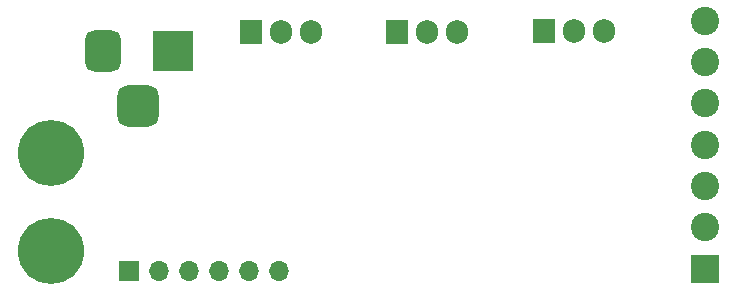
<source format=gbr>
%TF.GenerationSoftware,KiCad,Pcbnew,7.0.6*%
%TF.CreationDate,2024-04-30T22:33:33+02:00*%
%TF.ProjectId,MatchboxV2_HC,4d617463-6862-46f7-9856-325f48432e6b,rev?*%
%TF.SameCoordinates,Original*%
%TF.FileFunction,Soldermask,Bot*%
%TF.FilePolarity,Negative*%
%FSLAX46Y46*%
G04 Gerber Fmt 4.6, Leading zero omitted, Abs format (unit mm)*
G04 Created by KiCad (PCBNEW 7.0.6) date 2024-04-30 22:33:33*
%MOMM*%
%LPD*%
G01*
G04 APERTURE LIST*
G04 Aperture macros list*
%AMRoundRect*
0 Rectangle with rounded corners*
0 $1 Rounding radius*
0 $2 $3 $4 $5 $6 $7 $8 $9 X,Y pos of 4 corners*
0 Add a 4 corners polygon primitive as box body*
4,1,4,$2,$3,$4,$5,$6,$7,$8,$9,$2,$3,0*
0 Add four circle primitives for the rounded corners*
1,1,$1+$1,$2,$3*
1,1,$1+$1,$4,$5*
1,1,$1+$1,$6,$7*
1,1,$1+$1,$8,$9*
0 Add four rect primitives between the rounded corners*
20,1,$1+$1,$2,$3,$4,$5,0*
20,1,$1+$1,$4,$5,$6,$7,0*
20,1,$1+$1,$6,$7,$8,$9,0*
20,1,$1+$1,$8,$9,$2,$3,0*%
G04 Aperture macros list end*
%ADD10R,1.905000X2.000000*%
%ADD11O,1.905000X2.000000*%
%ADD12R,2.400000X2.400000*%
%ADD13C,2.400000*%
%ADD14C,3.600000*%
%ADD15C,5.600000*%
%ADD16R,3.500000X3.500000*%
%ADD17RoundRect,0.750000X-0.750000X-1.000000X0.750000X-1.000000X0.750000X1.000000X-0.750000X1.000000X0*%
%ADD18RoundRect,0.875000X-0.875000X-0.875000X0.875000X-0.875000X0.875000X0.875000X-0.875000X0.875000X0*%
%ADD19R,1.700000X1.700000*%
%ADD20O,1.700000X1.700000*%
G04 APERTURE END LIST*
D10*
%TO.C,Q2*%
X149960000Y-82345000D03*
D11*
X152500000Y-82345000D03*
X155040000Y-82345000D03*
%TD*%
D12*
%TO.C,J4*%
X176000000Y-102400000D03*
D13*
X176000000Y-98900000D03*
X176000000Y-95400000D03*
X176000000Y-91900000D03*
X176000000Y-88400000D03*
X176000000Y-84900000D03*
X176000000Y-81400000D03*
%TD*%
D10*
%TO.C,Q1*%
X137560000Y-82345000D03*
D11*
X140100000Y-82345000D03*
X142640000Y-82345000D03*
%TD*%
D14*
%TO.C,H1*%
X120600000Y-92600000D03*
D15*
X120600000Y-92600000D03*
%TD*%
D16*
%TO.C,J3*%
X131000000Y-83942500D03*
D17*
X125000000Y-83942500D03*
D18*
X128000000Y-88642500D03*
%TD*%
D19*
%TO.C,J1*%
X127250000Y-102600000D03*
D20*
X129790000Y-102600000D03*
X132330000Y-102600000D03*
X134870000Y-102600000D03*
X137410000Y-102600000D03*
X139950000Y-102600000D03*
%TD*%
D14*
%TO.C,H2*%
X120600000Y-100900000D03*
D15*
X120600000Y-100900000D03*
%TD*%
D10*
%TO.C,Q3*%
X162400000Y-82300000D03*
D11*
X164940000Y-82300000D03*
X167480000Y-82300000D03*
%TD*%
M02*

</source>
